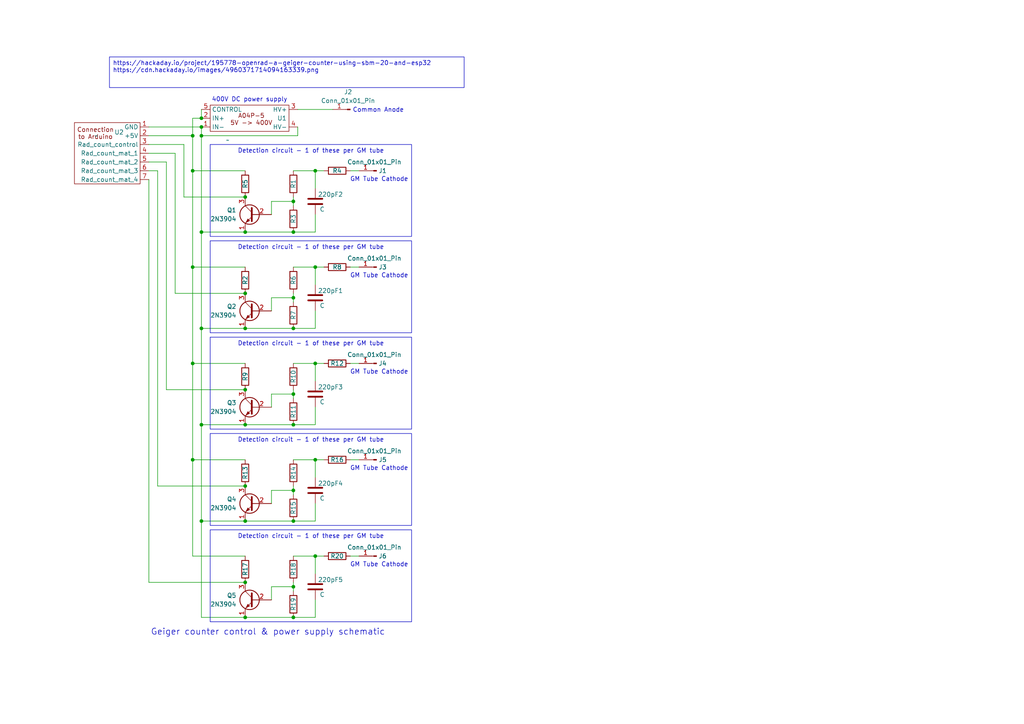
<source format=kicad_sch>
(kicad_sch (version 20231120) (generator "eeschema") (generator_version "8.0")
  (paper "A4")
  (lib_symbols
    (symbol "Connector:Conn_01x01_Pin" (pin_names (offset 1.016) hide)
      (property "Reference" "J" (at 0 2.54 0))
      (property "Value" "Conn_01x01_Pin" (at 0 -2.54 0))
      (symbol "Conn_01x01_Pin_1_1"
        (polyline (pts (xy 1.27 0) (xy 0.8636 0)) (stroke (width 0.1524)))
        (rectangle (start 0.8636 0.127) (end 0 -0.127) (stroke (width 0.1524)) (fill (type outline)))
        (pin passive line (at 5.08 0 180) (length 3.81) (name "Pin_1") (number "1"))
      )
    )
    (symbol "Device:C" (pin_numbers hide) (pin_names (offset 0.254))
      (property "Reference" "C" (at 0.635 2.54 0))
      (property "Value" "C" (at 0.635 -2.54 0))
      (symbol "C_0_1"
        (polyline (pts (xy -2.032 -0.762) (xy 2.032 -0.762)) (stroke (width 0.508)))
        (polyline (pts (xy -2.032 0.762) (xy 2.032 0.762)) (stroke (width 0.508)))
      )
      (symbol "C_1_1"
        (pin passive line (at 0 3.81 270) (length 2.794) (name "~") (number "1"))
        (pin passive line (at 0 -3.81 90) (length 2.794) (name "~") (number "2"))
      )
    )
    (symbol "Device:R" (pin_numbers hide) (pin_names (offset 0))
      (property "Reference" "R" (at 2.032 0 90))
      (property "Value" "R" (at 0 0 90))
      (symbol "R_0_1"
        (rectangle (start -1.016 -2.54) (end 1.016 2.54) (stroke (width 0.254)))
      )
      (symbol "R_1_1"
        (pin passive line (at 0 3.81 270) (length 1.27) (name "~") (number "1"))
        (pin passive line (at 0 -3.81 90) (length 1.27) (name "~") (number "2"))
      )
    )
    (symbol "Transistor_BJT:2N3904" (pin_names (offset 0) hide)
      (property "Reference" "Q" (at 5.08 1.905 0))
      (property "Value" "2N3904" (at 5.08 0 0))
      (symbol "2N3904_0_1"
        (polyline (pts (xy 0.635 0.635) (xy 2.54 2.54)))
        (polyline (pts (xy 0.635 -0.635) (xy 2.54 -2.54) (xy 2.54 -2.54)))
        (polyline (pts (xy 0.635 1.905) (xy 0.635 -1.905) (xy 0.635 -1.905)) (stroke (width 0.508)))
        (polyline (pts (xy 1.27 -1.778) (xy 1.778 -1.27) (xy 2.286 -2.286) (xy 1.27 -1.778) (xy 1.27 -1.778)) (fill (type outline)))
        (circle (center 1.27 0) (radius 2.8194) (stroke (width 0.254)))
      )
      (symbol "2N3904_1_1"
        (pin passive line (at 2.54 -5.08 90) (length 2.54) (name "E") (number "1"))
        (pin passive line (at -5.08 0 0) (length 5.715) (name "B") (number "2"))
        (pin passive line (at 2.54 5.08 270) (length 2.54) (name "C") (number "3"))
      )
    )
    (symbol "custom_symbol_lib:A04P-5_dc_dc_converter"
      (property "Reference" "U" (at 9.652 0.254 0))
      (symbol "A04P-5_dc_dc_converter_0_1"
        (rectangle (start -11.43 3.81) (end 11.43 -3.81))
      )
      (symbol "A04P-5_dc_dc_converter_1_1"
        (text "A04P-5\n5V -> 400V" (at 0.508 -0.254 0) (effects (font (size 1.27 1.27))))
        (pin power_in line (at -13.97 -2.54 0) (length 2.54) (name "IN-") (number "1"))
        (pin power_in line (at -13.97 0 0) (length 2.54) (name "IN+") (number "2"))
        (pin power_out line (at 13.97 2.54 180) (length 2.54) (name "HV+") (number "3"))
        (pin power_out line (at 13.97 -2.54 180) (length 2.54) (name "HV-") (number "4"))
        (pin input line (at -13.97 2.54 0) (length 2.54) (name "CONTROL") (number "5"))
      )
    )
    (symbol "custom_symbol_lib:cubesat_geiger_counter_interface"
      (property "Reference" "U" (at -4.064 1.016 0))
      (symbol "cubesat_geiger_counter_interface_0_1"
        (rectangle (start -10.16 3.81) (end 8.89 -13.97))
      )
      (symbol "cubesat_geiger_counter_interface_1_1"
        (text "Connection\nto Arduino" (at 2.794 0.762 0) (effects (font (size 1.27 1.27))))
        (pin power_out line (at -12.7 2.54 0) (length 2.54) (name "GND") (number "1"))
        (pin power_out line (at -12.7 0 0) (length 2.54) (name "+5V") (number "2"))
        (pin input line (at -12.7 -2.54 0) (length 2.54) (name "Rad_count_control") (number "3"))
        (pin input line (at -12.7 -5.08 0) (length 2.54) (name "Rad_count_mat_1") (number "4"))
        (pin input line (at -12.7 -7.62 0) (length 2.54) (name "Rad_count_mat_2") (number "5"))
        (pin input line (at -12.7 -10.16 0) (length 2.54) (name "Rad_count_mat_3") (number "6"))
        (pin input line (at -12.7 -12.7 0) (length 2.54) (name "Rad_count_mat_4") (number "7"))
      )
    )
  )
  (junction (at 71.12 85.09))
  (junction (at 58.42 67.31))
  (junction (at 71.12 123.19))
  (junction (at 55.88 39.37))
  (junction (at 71.12 151.13))
  (junction (at 58.42 151.13))
  (junction (at 91.44 49.53))
  (junction (at 85.09 95.25))
  (junction (at 71.12 179.07))
  (junction (at 55.88 49.53))
  (junction (at 58.42 123.19))
  (junction (at 71.12 168.91))
  (junction (at 71.12 57.15))
  (junction (at 55.88 133.35))
  (junction (at 58.42 34.29))
  (junction (at 85.09 58.42))
  (junction (at 91.44 105.41))
  (junction (at 55.88 77.47))
  (junction (at 91.44 133.35))
  (junction (at 85.09 151.13))
  (junction (at 71.12 113.03))
  (junction (at 85.09 67.31))
  (junction (at 85.09 86.36))
  (junction (at 71.12 67.31))
  (junction (at 58.42 95.25))
  (junction (at 91.44 161.29))
  (junction (at 85.09 123.19))
  (junction (at 85.09 179.07))
  (junction (at 58.42 39.37))
  (junction (at 85.09 170.18))
  (junction (at 71.12 140.97))
  (junction (at 91.44 77.47))
  (junction (at 85.09 142.24))
  (junction (at 55.88 105.41))
  (junction (at 58.42 36.83))
  (junction (at 71.12 95.25))
  (junction (at 85.09 114.3))
  (wire (pts (xy 91.44 173.99) (xy 91.44 179.07)))
  (wire (pts (xy 85.09 161.29) (xy 91.44 161.29)))
  (wire (pts (xy 91.44 95.25) (xy 85.09 95.25)))
  (wire (pts (xy 55.88 105.41) (xy 71.12 105.41)))
  (wire (pts (xy 91.44 151.13) (xy 85.09 151.13)))
  (wire (pts (xy 58.42 151.13) (xy 58.42 123.19)))
  (wire (pts (xy 58.42 31.75) (xy 58.42 34.29)))
  (wire (pts (xy 58.42 179.07) (xy 58.42 151.13)))
  (wire (pts (xy 101.6 105.41) (xy 104.14 105.41)))
  (wire (pts (xy 78.74 90.17) (xy 78.74 86.36)))
  (wire (pts (xy 93.98 49.53) (xy 91.44 49.53)))
  (wire (pts (xy 58.42 123.19) (xy 58.42 95.25)))
  (wire (pts (xy 43.18 52.07) (xy 43.18 168.91)))
  (wire (pts (xy 55.88 34.29) (xy 58.42 34.29)))
  (wire (pts (xy 93.98 133.35) (xy 91.44 133.35)))
  (wire (pts (xy 71.12 179.07) (xy 58.42 179.07)))
  (wire (pts (xy 78.74 170.18) (xy 85.09 170.18)))
  (wire (pts (xy 91.44 146.05) (xy 91.44 151.13)))
  (wire (pts (xy 71.12 179.07) (xy 85.09 179.07)))
  (wire (pts (xy 85.09 58.42) (xy 85.09 59.69)))
  (wire (pts (xy 85.09 170.18) (xy 85.09 171.45)))
  (wire (pts (xy 93.98 77.47) (xy 91.44 77.47)))
  (wire (pts (xy 86.36 36.83) (xy 86.36 39.37)))
  (wire (pts (xy 78.74 142.24) (xy 85.09 142.24)))
  (wire (pts (xy 58.42 39.37) (xy 58.42 36.83)))
  (wire (pts (xy 45.72 140.97) (xy 45.72 49.53)))
  (wire (pts (xy 50.8 44.45) (xy 50.8 85.09)))
  (wire (pts (xy 85.09 85.09) (xy 85.09 86.36)))
  (wire (pts (xy 43.18 36.83) (xy 58.42 36.83)))
  (wire (pts (xy 48.26 46.99) (xy 48.26 113.03)))
  (wire (pts (xy 85.09 49.53) (xy 91.44 49.53)))
  (wire (pts (xy 101.6 133.35) (xy 104.14 133.35)))
  (wire (pts (xy 71.12 77.47) (xy 55.88 77.47)))
  (wire (pts (xy 50.8 85.09) (xy 71.12 85.09)))
  (wire (pts (xy 91.44 77.47) (xy 91.44 82.55)))
  (wire (pts (xy 78.74 173.99) (xy 78.74 170.18)))
  (wire (pts (xy 91.44 161.29) (xy 91.44 166.37)))
  (wire (pts (xy 78.74 118.11) (xy 78.74 114.3)))
  (wire (pts (xy 93.98 161.29) (xy 91.44 161.29)))
  (wire (pts (xy 58.42 95.25) (xy 58.42 67.31)))
  (wire (pts (xy 78.74 58.42) (xy 85.09 58.42)))
  (wire (pts (xy 58.42 67.31) (xy 71.12 67.31)))
  (wire (pts (xy 43.18 168.91) (xy 71.12 168.91)))
  (wire (pts (xy 101.6 161.29) (xy 104.14 161.29)))
  (wire (pts (xy 55.88 39.37) (xy 55.88 34.29)))
  (wire (pts (xy 55.88 133.35) (xy 55.88 105.41)))
  (wire (pts (xy 91.44 105.41) (xy 91.44 110.49)))
  (wire (pts (xy 91.44 67.31) (xy 85.09 67.31)))
  (wire (pts (xy 71.12 57.15) (xy 53.34 57.15)))
  (wire (pts (xy 85.09 113.03) (xy 85.09 114.3)))
  (wire (pts (xy 85.09 86.36) (xy 85.09 87.63)))
  (wire (pts (xy 45.72 49.53) (xy 43.18 49.53)))
  (wire (pts (xy 91.44 49.53) (xy 91.44 54.61)))
  (wire (pts (xy 55.88 133.35) (xy 71.12 133.35)))
  (wire (pts (xy 85.09 140.97) (xy 85.09 142.24)))
  (wire (pts (xy 91.44 123.19) (xy 85.09 123.19)))
  (wire (pts (xy 71.12 95.25) (xy 85.09 95.25)))
  (wire (pts (xy 55.88 161.29) (xy 55.88 133.35)))
  (wire (pts (xy 78.74 62.23) (xy 78.74 58.42)))
  (wire (pts (xy 85.09 114.3) (xy 85.09 115.57)))
  (wire (pts (xy 85.09 57.15) (xy 85.09 58.42)))
  (wire (pts (xy 43.18 44.45) (xy 50.8 44.45)))
  (wire (pts (xy 58.42 39.37) (xy 58.42 67.31)))
  (wire (pts (xy 101.6 49.53) (xy 104.14 49.53)))
  (wire (pts (xy 85.09 105.41) (xy 91.44 105.41)))
  (wire (pts (xy 91.44 179.07) (xy 85.09 179.07)))
  (wire (pts (xy 53.34 41.91) (xy 43.18 41.91)))
  (wire (pts (xy 78.74 146.05) (xy 78.74 142.24)))
  (wire (pts (xy 48.26 113.03) (xy 71.12 113.03)))
  (wire (pts (xy 53.34 57.15) (xy 53.34 41.91)))
  (wire (pts (xy 91.44 62.23) (xy 91.44 67.31)))
  (wire (pts (xy 71.12 151.13) (xy 85.09 151.13)))
  (wire (pts (xy 58.42 39.37) (xy 86.36 39.37)))
  (wire (pts (xy 71.12 123.19) (xy 58.42 123.19)))
  (wire (pts (xy 78.74 86.36) (xy 85.09 86.36)))
  (wire (pts (xy 85.09 142.24) (xy 85.09 143.51)))
  (wire (pts (xy 43.18 46.99) (xy 48.26 46.99)))
  (wire (pts (xy 91.44 118.11) (xy 91.44 123.19)))
  (wire (pts (xy 86.36 31.75) (xy 96.52 31.75)))
  (wire (pts (xy 71.12 161.29) (xy 55.88 161.29)))
  (wire (pts (xy 85.09 77.47) (xy 91.44 77.47)))
  (wire (pts (xy 55.88 77.47) (xy 55.88 49.53)))
  (wire (pts (xy 71.12 95.25) (xy 58.42 95.25)))
  (wire (pts (xy 101.6 77.47) (xy 104.14 77.47)))
  (wire (pts (xy 85.09 133.35) (xy 91.44 133.35)))
  (wire (pts (xy 85.09 168.91) (xy 85.09 170.18)))
  (wire (pts (xy 91.44 133.35) (xy 91.44 138.43)))
  (wire (pts (xy 78.74 114.3) (xy 85.09 114.3)))
  (wire (pts (xy 55.88 105.41) (xy 55.88 77.47)))
  (wire (pts (xy 71.12 49.53) (xy 55.88 49.53)))
  (wire (pts (xy 55.88 39.37) (xy 43.18 39.37)))
  (wire (pts (xy 71.12 151.13) (xy 58.42 151.13)))
  (wire (pts (xy 91.44 90.17) (xy 91.44 95.25)))
  (wire (pts (xy 55.88 49.53) (xy 55.88 39.37)))
  (wire (pts (xy 71.12 140.97) (xy 45.72 140.97)))
  (wire (pts (xy 93.98 105.41) (xy 91.44 105.41)))
  (wire (pts (xy 71.12 123.19) (xy 85.09 123.19)))
  (wire (pts (xy 71.12 67.31) (xy 85.09 67.31)))
  (text_box "Detection circuit - 1 of these per GM tube" (at 60.96 125.73 0) (size 58.42 26.67) (effects (font (size 1.27 1.27)) (justify top)))
  (text_box "Detection circuit - 1 of these per GM tube" (at 60.96 69.85 0) (size 58.42 26.67) (effects (font (size 1.27 1.27)) (justify top)))
  (text_box "Detection circuit - 1 of these per GM tube" (at 60.96 97.79 0) (size 58.42 26.67) (effects (font (size 1.27 1.27)) (justify top)))
  (text_box "Detection circuit - 1 of these per GM tube" (at 60.96 153.67 0) (size 58.42 26.67) (effects (font (size 1.27 1.27)) (justify top)))
  (text_box "https://hackaday.io/project/195778-openrad-a-geiger-counter-using-sbm-20-and-esp32\nhttps://cdn.hackaday.io/images/4960371714094163339.png" (at 31.75 16.51 0) (size 102.87 8.89) (effects (font (size 1.27 1.27)) (justify left top)))
  (text_box "Detection circuit - 1 of these per GM tube" (at 60.96 41.91 0) (size 58.42 26.67) (effects (font (size 1.27 1.27)) (justify top)))
  (text "Geiger counter control & power supply schematic" (at 77.724 183.388 0) (effects (font (size 1.778 1.778))))
  (text "GM Tube Cathode" (at 109.982 80.01 0) (effects (font (size 1.27 1.27))))
  (text "GM Tube Cathode" (at 109.982 163.83 0) (effects (font (size 1.27 1.27))))
  (text "400V DC power supply" (at 72.39 28.956 0) (effects (font (size 1.27 1.27))))
  (text "GM Tube Cathode" (at 109.982 135.89 0) (effects (font (size 1.27 1.27))))
  (text "GM Tube Cathode" (at 109.982 107.95 0) (effects (font (size 1.27 1.27))))
  (text "GM Tube Cathode" (at 109.982 52.07 0) (effects (font (size 1.27 1.27))))
  (text "Common Anode" (at 109.728 32.004 0) (effects (font (size 1.27 1.27))))
  (symbol (lib_id "Connector:Conn_01x01_Pin") (at 109.22 49.53 0) (mirror y) (unit 1)
    (property "Reference" "J1" (at 110.998 49.53 0))
    (property "Value" "Conn_01x01_Pin" (at 108.585 46.99 0))
    (property "Footprint" "Connector_PinHeader_2.54mm:PinHeader_1x01_P2.54mm_Vertical" (effects (hide yes)))
    (property "Description" "Generic connector, single row, 01x01, script generated" (effects (hide yes)))
  )
  (symbol (lib_id "Device:R") (at 71.12 81.28 0) (unit 1)
    (property "Reference" "R2" (at 71.12 81.28 90))
    (property "Value" "10K" (effects (hide yes)))
    (property "Footprint" "custom_footprint_library:0.4_pitch_resistor" (effects (hide yes)))
    (property "Description" "Resistor" (effects (hide yes)))
  )
  (symbol (lib_id "Device:R") (at 97.79 77.47 270) (unit 1)
    (property "Reference" "R8" (at 97.79 77.47 90))
    (property "Value" "4.7M" (effects (hide yes)))
    (property "Footprint" "custom_footprint_library:0.4_pitch_resistor" (effects (hide yes)))
    (property "Description" "Resistor" (effects (hide yes)))
  )
  (symbol (lib_id "Connector:Conn_01x01_Pin") (at 109.22 161.29 0) (mirror y) (unit 1)
    (property "Reference" "J6" (at 110.998 161.29 0))
    (property "Value" "Conn_01x01_Pin" (at 108.585 158.75 0))
    (property "Footprint" "Connector_PinHeader_2.54mm:PinHeader_1x01_P2.54mm_Vertical" (effects (hide yes)))
    (property "Description" "Generic connector, single row, 01x01, script generated" (effects (hide yes)))
  )
  (symbol (lib_id "Device:R") (at 85.09 119.38 0) (unit 1)
    (property "Reference" "R11" (at 85.09 119.38 90))
    (property "Value" "100K" (effects (hide yes)))
    (property "Footprint" "custom_footprint_library:0.4_pitch_resistor" (effects (hide yes)))
    (property "Description" "Resistor" (effects (hide yes)))
  )
  (symbol (lib_id "Device:R") (at 71.12 137.16 0) (unit 1)
    (property "Reference" "R13" (at 71.12 137.16 90))
    (property "Value" "10K" (effects (hide yes)))
    (property "Footprint" "custom_footprint_library:0.4_pitch_resistor" (effects (hide yes)))
    (property "Description" "Resistor" (effects (hide yes)))
  )
  (symbol (lib_id "Device:R") (at 85.09 165.1 0) (unit 1)
    (property "Reference" "R18" (at 85.09 165.1 90))
    (property "Value" "22K" (effects (hide yes)))
    (property "Footprint" "custom_footprint_library:0.4_pitch_resistor" (effects (hide yes)))
    (property "Description" "Resistor" (effects (hide yes)))
  )
  (symbol (lib_id "Connector:Conn_01x01_Pin") (at 101.6 31.75 0) (mirror y) (unit 1)
    (property "Reference" "J2" (at 100.965 26.67 0))
    (property "Value" "Conn_01x01_Pin" (at 100.965 29.21 0))
    (property "Footprint" "Connector_PinHeader_2.54mm:PinHeader_1x01_P2.54mm_Vertical" (effects (hide yes)))
    (property "Description" "Generic connector, single row, 01x01, script generated" (effects (hide yes)))
  )
  (symbol (lib_id "Device:R") (at 97.79 49.53 270) (unit 1)
    (property "Reference" "R4" (at 97.79 49.53 90))
    (property "Value" "4.7M" (effects (hide yes)))
    (property "Footprint" "custom_footprint_library:0.4_pitch_resistor" (effects (hide yes)))
    (property "Description" "Resistor" (effects (hide yes)))
  )
  (symbol (lib_id "custom_symbol_lib:A04P-5_dc_dc_converter") (at 72.39 34.29 0) (unit 1)
    (property "Reference" "U1" (at 81.788 34.29 0))
    (property "Value" "~" (at 66.04 40.64 0))
    (property "Footprint" "custom_footprint_library:xp_power_dc_dc_converter" (effects (hide yes)))
  )
  (symbol (lib_id "Device:R") (at 97.79 105.41 270) (unit 1)
    (property "Reference" "R12" (at 97.79 105.41 90))
    (property "Value" "4.7M" (effects (hide yes)))
    (property "Footprint" "custom_footprint_library:0.4_pitch_resistor" (effects (hide yes)))
    (property "Description" "Resistor" (effects (hide yes)))
  )
  (symbol (lib_id "Device:R") (at 71.12 53.34 0) (unit 1)
    (property "Reference" "R5" (at 71.12 53.34 90))
    (property "Value" "10K" (effects (hide yes)))
    (property "Footprint" "custom_footprint_library:0.4_pitch_resistor" (effects (hide yes)))
    (property "Description" "Resistor" (effects (hide yes)))
  )
  (symbol (lib_id "Transistor_BJT:2N3904") (at 73.66 118.11 0) (mirror y) (unit 1)
    (property "Reference" "Q3" (at 68.58 116.8399 0) (effects (justify left)))
    (property "Value" "2N3904" (at 68.58 119.3799 0) (effects (justify left)))
    (property "Footprint" "Package_TO_SOT_THT:TO-92_Inline" (effects (hide yes)))
    (property "Datasheet" "https://www.onsemi.com/pub/Collateral/2N3903-D.PDF" (effects (hide yes)))
    (property "Description" "0.2A Ic, 40V Vce, Small Signal NPN Transistor, TO-92" (effects (hide yes)))
  )
  (symbol (lib_id "Device:C") (at 91.44 86.36 0) (unit 1)
    (property "Reference" "220pF1" (at 92.202 84.328 0) (effects (justify left)))
    (property "Value" "C" (at 92.71 88.646 0) (effects (justify left)))
    (property "Footprint" "Capacitor_THT:C_Disc_D4.3mm_W1.9mm_P5.00mm" (effects (hide yes)))
    (property "Description" "Unpolarized capacitor" (effects (hide yes)))
  )
  (symbol (lib_id "Connector:Conn_01x01_Pin") (at 109.22 105.41 0) (mirror y) (unit 1)
    (property "Reference" "J4" (at 110.998 105.41 0))
    (property "Value" "Conn_01x01_Pin" (at 108.585 102.87 0))
    (property "Footprint" "Connector_PinHeader_2.54mm:PinHeader_1x01_P2.54mm_Vertical" (effects (hide yes)))
    (property "Description" "Generic connector, single row, 01x01, script generated" (effects (hide yes)))
  )
  (symbol (lib_id "Device:R") (at 85.09 81.28 0) (unit 1)
    (property "Reference" "R6" (at 85.09 81.28 90))
    (property "Value" "22K" (effects (hide yes)))
    (property "Footprint" "custom_footprint_library:0.4_pitch_resistor" (effects (hide yes)))
    (property "Description" "Resistor" (effects (hide yes)))
  )
  (symbol (lib_id "Transistor_BJT:2N3904") (at 73.66 62.23 0) (mirror y) (unit 1)
    (property "Reference" "Q1" (at 68.58 60.9599 0) (effects (justify left)))
    (property "Value" "2N3904" (at 68.58 63.4999 0) (effects (justify left)))
    (property "Footprint" "Package_TO_SOT_THT:TO-92_Inline" (effects (hide yes)))
    (property "Datasheet" "https://www.onsemi.com/pub/Collateral/2N3903-D.PDF" (effects (hide yes)))
    (property "Description" "0.2A Ic, 40V Vce, Small Signal NPN Transistor, TO-92" (effects (hide yes)))
  )
  (symbol (lib_id "Device:C") (at 91.44 142.24 0) (unit 1)
    (property "Reference" "220pF4" (at 92.202 140.208 0) (effects (justify left)))
    (property "Value" "C" (at 92.71 144.526 0) (effects (justify left)))
    (property "Footprint" "Capacitor_THT:C_Disc_D4.3mm_W1.9mm_P5.00mm" (effects (hide yes)))
    (property "Description" "Unpolarized capacitor" (effects (hide yes)))
  )
  (symbol (lib_id "custom_symbol_lib:cubesat_geiger_counter_interface") (at 30.48 39.37 0) (mirror y) (unit 1)
    (property "Reference" "U2" (at 34.544 38.354 0))
    (property "Value" "~" (at 27.94 39.37 0))
    (property "Footprint" "Connector_PinHeader_2.54mm:PinHeader_1x07_P2.54mm_Horizontal" (effects (hide yes)))
  )
  (symbol (lib_id "Device:R") (at 85.09 137.16 0) (unit 1)
    (property "Reference" "R14" (at 85.09 137.16 90))
    (property "Value" "22K" (effects (hide yes)))
    (property "Footprint" "custom_footprint_library:0.4_pitch_resistor" (effects (hide yes)))
    (property "Description" "Resistor" (effects (hide yes)))
  )
  (symbol (lib_id "Transistor_BJT:2N3904") (at 73.66 173.99 0) (mirror y) (unit 1)
    (property "Reference" "Q5" (at 68.58 172.7199 0) (effects (justify left)))
    (property "Value" "2N3904" (at 68.58 175.2599 0) (effects (justify left)))
    (property "Footprint" "Package_TO_SOT_THT:TO-92_Inline" (effects (hide yes)))
    (property "Datasheet" "https://www.onsemi.com/pub/Collateral/2N3903-D.PDF" (effects (hide yes)))
    (property "Description" "0.2A Ic, 40V Vce, Small Signal NPN Transistor, TO-92" (effects (hide yes)))
  )
  (symbol (lib_id "Device:R") (at 85.09 147.32 0) (unit 1)
    (property "Reference" "R15" (at 85.09 147.32 90))
    (property "Value" "100K" (effects (hide yes)))
    (property "Footprint" "custom_footprint_library:0.4_pitch_resistor" (effects (hide yes)))
    (property "Description" "Resistor" (effects (hide yes)))
  )
  (symbol (lib_id "Connector:Conn_01x01_Pin") (at 109.22 133.35 0) (mirror y) (unit 1)
    (property "Reference" "J5" (at 110.998 133.35 0))
    (property "Value" "Conn_01x01_Pin" (at 108.585 130.81 0))
    (property "Footprint" "Connector_PinHeader_2.54mm:PinHeader_1x01_P2.54mm_Vertical" (effects (hide yes)))
    (property "Description" "Generic connector, single row, 01x01, script generated" (effects (hide yes)))
  )
  (symbol (lib_id "Device:R") (at 71.12 165.1 0) (unit 1)
    (property "Reference" "R17" (at 71.12 165.1 90))
    (property "Value" "10K" (effects (hide yes)))
    (property "Footprint" "custom_footprint_library:0.4_pitch_resistor" (effects (hide yes)))
    (property "Description" "Resistor" (effects (hide yes)))
  )
  (symbol (lib_id "Transistor_BJT:2N3904") (at 73.66 146.05 0) (mirror y) (unit 1)
    (property "Reference" "Q4" (at 68.58 144.7799 0) (effects (justify left)))
    (property "Value" "2N3904" (at 68.58 147.3199 0) (effects (justify left)))
    (property "Footprint" "Package_TO_SOT_THT:TO-92_Inline" (effects (hide yes)))
    (property "Datasheet" "https://www.onsemi.com/pub/Collateral/2N3903-D.PDF" (effects (hide yes)))
    (property "Description" "0.2A Ic, 40V Vce, Small Signal NPN Transistor, TO-92" (effects (hide yes)))
  )
  (symbol (lib_id "Device:C") (at 91.44 114.3 0) (unit 1)
    (property "Reference" "220pF3" (at 92.202 112.268 0) (effects (justify left)))
    (property "Value" "C" (at 92.71 116.586 0) (effects (justify left)))
    (property "Footprint" "Capacitor_THT:C_Disc_D4.3mm_W1.9mm_P5.00mm" (effects (hide yes)))
    (property "Description" "Unpolarized capacitor" (effects (hide yes)))
  )
  (symbol (lib_id "Connector:Conn_01x01_Pin") (at 109.22 77.47 0) (mirror y) (unit 1)
    (property "Reference" "J3" (at 110.998 77.47 0))
    (property "Value" "Conn_01x01_Pin" (at 108.585 74.93 0))
    (property "Footprint" "Connector_PinHeader_2.54mm:PinHeader_1x01_P2.54mm_Vertical" (effects (hide yes)))
    (property "Description" "Generic connector, single row, 01x01, script generated" (effects (hide yes)))
  )
  (symbol (lib_id "Device:R") (at 85.09 175.26 0) (unit 1)
    (property "Reference" "R19" (at 85.09 175.26 90))
    (property "Value" "100K" (effects (hide yes)))
    (property "Footprint" "custom_footprint_library:0.4_pitch_resistor" (effects (hide yes)))
    (property "Description" "Resistor" (effects (hide yes)))
  )
  (symbol (lib_id "Device:R") (at 85.09 63.5 0) (unit 1)
    (property "Reference" "R3" (at 85.09 63.5 90))
    (property "Value" "100K" (effects (hide yes)))
    (property "Footprint" "custom_footprint_library:0.4_pitch_resistor" (effects (hide yes)))
    (property "Description" "Resistor" (effects (hide yes)))
  )
  (symbol (lib_id "Device:R") (at 97.79 161.29 270) (unit 1)
    (property "Reference" "R20" (at 97.79 161.29 90))
    (property "Value" "4.7M" (effects (hide yes)))
    (property "Footprint" "custom_footprint_library:0.4_pitch_resistor" (effects (hide yes)))
    (property "Description" "Resistor" (effects (hide yes)))
  )
  (symbol (lib_id "Device:C") (at 91.44 58.42 0) (unit 1)
    (property "Reference" "220pF2" (at 92.202 56.388 0) (effects (justify left)))
    (property "Value" "C" (at 92.71 60.706 0) (effects (justify left)))
    (property "Footprint" "Capacitor_THT:C_Disc_D4.3mm_W1.9mm_P5.00mm" (effects (hide yes)))
    (property "Description" "Unpolarized capacitor" (effects (hide yes)))
  )
  (symbol (lib_id "Device:R") (at 97.79 133.35 270) (unit 1)
    (property "Reference" "R16" (at 97.79 133.35 90))
    (property "Value" "4.7M" (effects (hide yes)))
    (property "Footprint" "custom_footprint_library:0.4_pitch_resistor" (effects (hide yes)))
    (property "Description" "Resistor" (effects (hide yes)))
  )
  (symbol (lib_id "Device:C") (at 91.44 170.18 0) (unit 1)
    (property "Reference" "220pF5" (at 92.202 168.148 0) (effects (justify left)))
    (property "Value" "C" (at 92.71 172.466 0) (effects (justify left)))
    (property "Footprint" "Capacitor_THT:C_Disc_D4.3mm_W1.9mm_P5.00mm" (effects (hide yes)))
    (property "Description" "Unpolarized capacitor" (effects (hide yes)))
  )
  (symbol (lib_id "Device:R") (at 85.09 91.44 0) (unit 1)
    (property "Reference" "R7" (at 85.09 91.44 90))
    (property "Value" "100K" (effects (hide yes)))
    (property "Footprint" "custom_footprint_library:0.4_pitch_resistor" (effects (hide yes)))
    (property "Description" "Resistor" (effects (hide yes)))
  )
  (symbol (lib_id "Device:R") (at 71.12 109.22 0) (unit 1)
    (property "Reference" "R9" (at 71.12 109.22 90))
    (property "Value" "10K" (effects (hide yes)))
    (property "Footprint" "custom_footprint_library:0.4_pitch_resistor" (effects (hide yes)))
    (property "Description" "Resistor" (effects (hide yes)))
  )
  (symbol (lib_id "Device:R") (at 85.09 109.22 0) (unit 1)
    (property "Reference" "R10" (at 85.09 109.22 90))
    (property "Value" "22K" (effects (hide yes)))
    (property "Footprint" "custom_footprint_library:0.4_pitch_resistor" (effects (hide yes)))
    (property "Description" "Resistor" (effects (hide yes)))
  )
  (symbol (lib_id "Device:R") (at 85.09 53.34 0) (unit 1)
    (property "Reference" "R1" (at 85.09 53.34 90))
    (property "Value" "22K" (effects (hide yes)))
    (property "Footprint" "custom_footprint_library:0.4_pitch_resistor" (effects (hide yes)))
    (property "Description" "Resistor" (effects (hide yes)))
  )
  (symbol (lib_id "Transistor_BJT:2N3904") (at 73.66 90.17 0) (mirror y) (unit 1)
    (property "Reference" "Q2" (at 68.58 88.8999 0) (effects (justify left)))
    (property "Value" "2N3904" (at 68.58 91.4399 0) (effects (justify left)))
    (property "Footprint" "Package_TO_SOT_THT:TO-92_Inline" (effects (hide yes)))
    (property "Datasheet" "https://www.onsemi.com/pub/Collateral/2N3903-D.PDF" (effects (hide yes)))
    (property "Description" "0.2A Ic, 40V Vce, Small Signal NPN Transistor, TO-92" (effects (hide yes)))
  )
)
</source>
